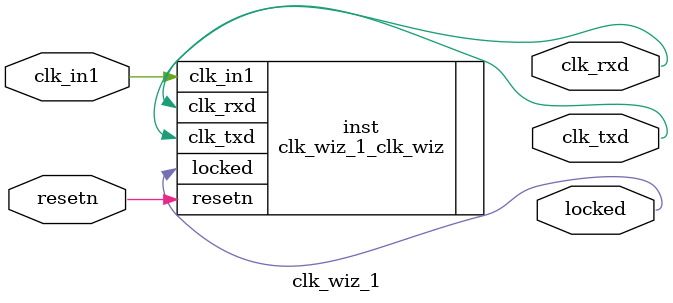
<source format=v>


`timescale 1ps/1ps

(* CORE_GENERATION_INFO = "clk_wiz_1,clk_wiz_v5_4_0_0,{component_name=clk_wiz_1,use_phase_alignment=true,use_min_o_jitter=false,use_max_i_jitter=false,use_dyn_phase_shift=false,use_inclk_switchover=false,use_dyn_reconfig=false,enable_axi=0,feedback_source=FDBK_AUTO,PRIMITIVE=MMCM,num_out_clk=2,clkin1_period=10.000,clkin2_period=10.000,use_power_down=false,use_reset=true,use_locked=true,use_inclk_stopped=false,feedback_type=SINGLE,CLOCK_MGR_TYPE=NA,manual_override=false}" *)

module clk_wiz_1 
 (
  // Clock out ports
  output        clk_txd,
  output        clk_rxd,
  // Status and control signals
  input         resetn,
  output        locked,
 // Clock in ports
  input         clk_in1
 );

  clk_wiz_1_clk_wiz inst
  (
  // Clock out ports  
  .clk_txd(clk_txd),
  .clk_rxd(clk_rxd),
  // Status and control signals               
  .resetn(resetn), 
  .locked(locked),
 // Clock in ports
  .clk_in1(clk_in1)
  );

endmodule

</source>
